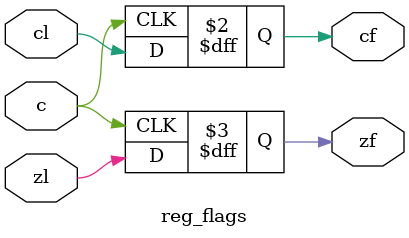
<source format=v>
module reg_flags (c, cl, zl, cf, zf);
input c;
input zl, cl;

output cf;
reg cf;

output zf;
reg zf;

always @(posedge c)
begin
	cf = cl;
	zf = zl;
end

endmodule

</source>
